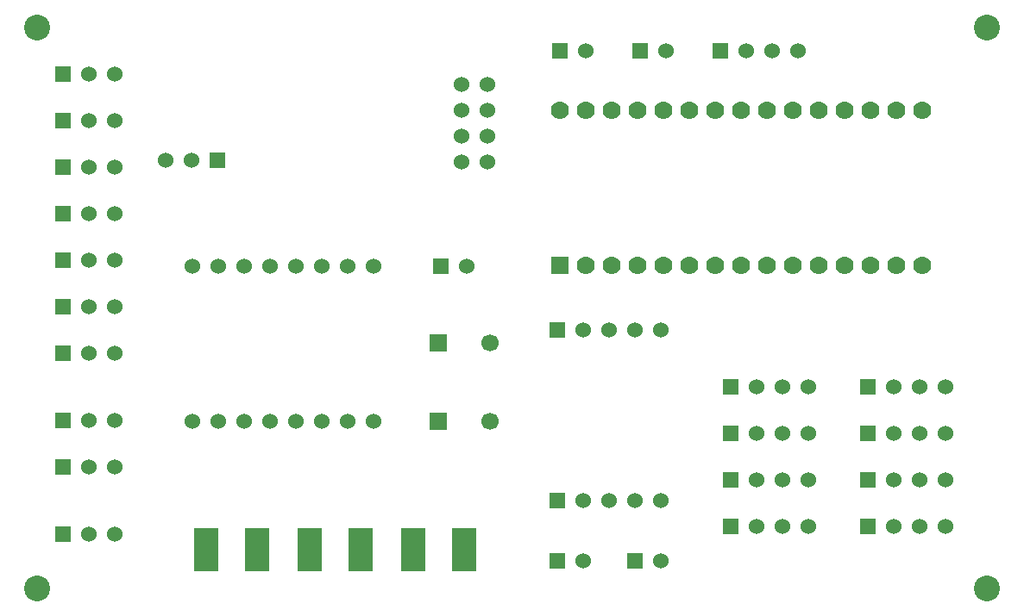
<source format=gbs>
G04 DipTrace 4.3.0.5*
G04 Gerber_BottomSolderMaskLayer.GBS*
%MOIN*%
G04 #@! TF.FileFunction,Soldermask,Bot*
G04 #@! TF.Part,Single*
%ADD14C,0.06*%
%ADD20R,0.06X0.06*%
%ADD21C,0.06*%
%ADD22R,0.093699X0.168699*%
%ADD24R,0.07X0.07*%
%ADD25C,0.07*%
%ADD26C,0.1*%
%ADD47R,0.066929X0.066929*%
%ADD49C,0.066929*%
%FSLAX26Y26*%
G04*
G70*
G90*
G75*
G01*
G04 BotMask*
%LPD*%
D49*
X2233700Y1433700D3*
D47*
X2033700Y1433694D3*
D49*
X2233700Y1128700D3*
D47*
X2033700D3*
D20*
X2043700Y1728700D3*
D14*
X2143700D3*
D20*
X2493700Y823700D3*
D21*
X2593700D3*
X2693700D3*
X2793700D3*
X2893700D3*
D20*
X2493700Y588700D3*
D14*
X2593700D3*
D20*
X2793700D3*
D14*
X2893700D3*
D26*
X4153700Y2653700D3*
Y483700D3*
X483700D3*
Y2653700D3*
D20*
X3163700Y1263700D3*
D21*
X3263700D3*
X3363700D3*
X3463700D3*
D20*
X3163700Y1083700D3*
D21*
X3263700D3*
X3363700D3*
X3463700D3*
D20*
X3163700Y903700D3*
D21*
X3263700D3*
X3363700D3*
X3463700D3*
D20*
X3163700Y723700D3*
D21*
X3263700D3*
X3363700D3*
X3463700D3*
D20*
X3123700Y2563700D3*
D21*
X3223700D3*
X3323700D3*
X3423700D3*
D20*
X583700Y693700D3*
D21*
X683700D3*
X783700D3*
D20*
X2503700Y2563700D3*
D14*
X2603700D3*
D22*
X1333700Y633700D3*
X1137700D3*
X1733700D3*
X1537700D3*
X2133700D3*
X1937700D3*
D20*
X583700Y2473700D3*
D21*
X683700D3*
X783700D3*
D20*
X583700Y2293700D3*
D21*
X683700D3*
X783700D3*
D20*
X583700Y2113700D3*
D21*
X683700D3*
X783700D3*
D20*
X583700Y1933700D3*
D21*
X683700D3*
X783700D3*
D20*
X583700Y1753700D3*
D21*
X683700D3*
X783700D3*
D20*
X583700Y1573700D3*
D21*
X683700D3*
X783700D3*
D20*
X583700Y1393700D3*
D21*
X683700D3*
X783700D3*
D20*
X2813700Y2563700D3*
D14*
X2913700D3*
D20*
X583700Y1133700D3*
D21*
X683700D3*
X783700D3*
D20*
X583700Y953700D3*
D21*
X683700D3*
X783700D3*
D20*
X3693700Y1263700D3*
D21*
X3793700D3*
X3893700D3*
X3993700D3*
D20*
X3693700Y1083700D3*
D21*
X3793700D3*
X3893700D3*
X3993700D3*
D20*
X3693700Y903700D3*
D21*
X3793700D3*
X3893700D3*
X3993700D3*
D20*
X3693700Y723700D3*
D21*
X3793700D3*
X3893700D3*
X3993700D3*
D24*
X2503700Y1733700D3*
D25*
X2603700D3*
X2703700D3*
X2803700D3*
X2903700D3*
X3003700D3*
X3103700D3*
X3203700D3*
X3303700D3*
X3403700D3*
X3503700D3*
X3603700D3*
X3703700D3*
X3803700D3*
X3903700D3*
X2503700Y2333700D3*
X2603700D3*
X2703700D3*
X2803700D3*
X2903700D3*
X3003700D3*
X3103700D3*
X3203700D3*
X3303700D3*
X3403700D3*
X3503700D3*
X3603700D3*
X3703700D3*
X3803700D3*
X3903700D3*
D21*
X2123705Y2133700D3*
Y2233700D3*
Y2333700D3*
Y2433700D3*
X2223705D3*
Y2333700D3*
Y2233700D3*
Y2133700D3*
D20*
X1178700Y2138700D3*
D21*
X1078700Y2138690D3*
X978700Y2138680D3*
X1083700Y1128700D3*
X1183700D3*
X1283700D3*
X1383700D3*
X1483700D3*
X1583700D3*
X1683700D3*
X1783700D3*
Y1728700D3*
X1683700D3*
X1583700D3*
X1483700D3*
X1383700D3*
X1283700D3*
X1183700D3*
X1083700D3*
X2893700Y1483695D3*
X2793700D3*
X2693700D3*
X2593700D3*
D20*
X2493700D3*
M02*

</source>
